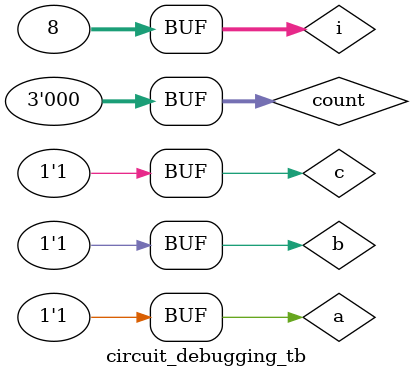
<source format=v>
`timescale 1ns / 1ps


module and_tb();
    parameter NUMIN = 2; // number of input bits
    reg[NUMIN - 1:0] count; // an bit array of size NUMIN - 1
    integer i; // counter for the for loop
    
    reg a, b; // inputs
    wire out; // output
    
    AND UUT(.A(a), .B(b), .Out(out)); // instantiating the AND operation
    
    initial begin
        count = 0; // note that count starts with 00 (then 01 10 11 or 1 2 3)
        for (i = 0; i < 2**NUMIN; i = i + 1) begin
            a = count[1];
            b = count[0];
            count = count + 1;
            #10; // delays the simulation by 10 nanoseconds
        end
    end
    
endmodule

module bool_tb();
    parameter NUMIN = 4;
    reg[NUMIN - 1:0] count;
    integer i;
    
    reg a, b, c, d;
    wire out;
    
    BOOL_NETWORK UUT(.A(a), .B(b), .C(c), .D(d), .OUT(out));
    
    initial begin
        count = 0; // setting count to 000
        for (i = 0; i < 2**NUMIN; i = i + 1)begin
            a = count[3];
            b = count[2];
            c = count[1];
            d = count[0];
            count = count + 1;
            #10;
        end
    end
    
endmodule

module complex_bool_tb();
    parameter NUMIN = 5;
    reg[NUMIN - 1:0] count;
    integer i;
    
    reg a, b, c, d, e;
    wire out; // F
    
    COMPLEX_BOOL_NETWORK UUT(.A(a), .B(b), .C(c), .D(d), .E(e), .OUT(out));
    
    initial begin
        count = 0;
        for (i = 0; i < 2**NUMIN; i = i + 1) begin
            a = count[4];
            b = count[3];
            c = count[2];
            d = count[1];
            e = count[0];
            
            count = count + 1;
            #10;
        end
    end
    
endmodule

module circuit_debugging_tb();
    parameter NUMIN = 3;
    reg[NUMIN - 1:0] count;
    integer i;
    
    reg a, b , c; // inputs are registers
    wire x, y; // wires are outputs
    
    CIRCUIT_DEBUGGING UUT(.A(a), .B(b), .C(c), .X(x), .Y(y));
    
    initial begin
        count = 0;
        for (i = 0; i < 2**NUMIN; i = i + 1) begin
            a = count[2];
            b = count[1];
            c = count[0];
            
            count = count + 1;
            #10;
        end
    end
    
endmodule
</source>
